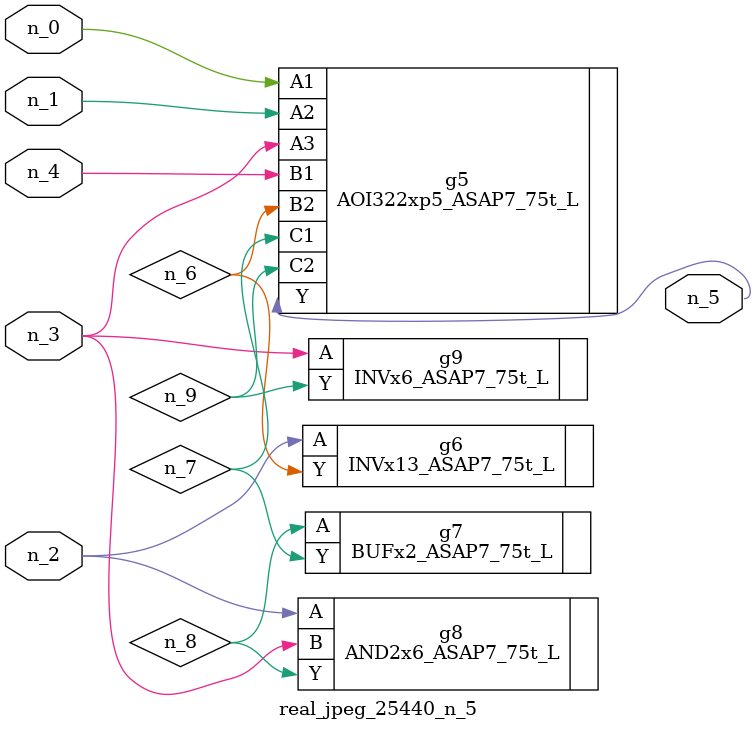
<source format=v>
module real_jpeg_25440_n_5 (n_4, n_0, n_1, n_2, n_3, n_5);

input n_4;
input n_0;
input n_1;
input n_2;
input n_3;

output n_5;

wire n_8;
wire n_6;
wire n_7;
wire n_9;

AOI322xp5_ASAP7_75t_L g5 ( 
.A1(n_0),
.A2(n_1),
.A3(n_3),
.B1(n_4),
.B2(n_6),
.C1(n_7),
.C2(n_9),
.Y(n_5)
);

INVx13_ASAP7_75t_L g6 ( 
.A(n_2),
.Y(n_6)
);

AND2x6_ASAP7_75t_L g8 ( 
.A(n_2),
.B(n_3),
.Y(n_8)
);

INVx6_ASAP7_75t_L g9 ( 
.A(n_3),
.Y(n_9)
);

BUFx2_ASAP7_75t_L g7 ( 
.A(n_8),
.Y(n_7)
);


endmodule
</source>
